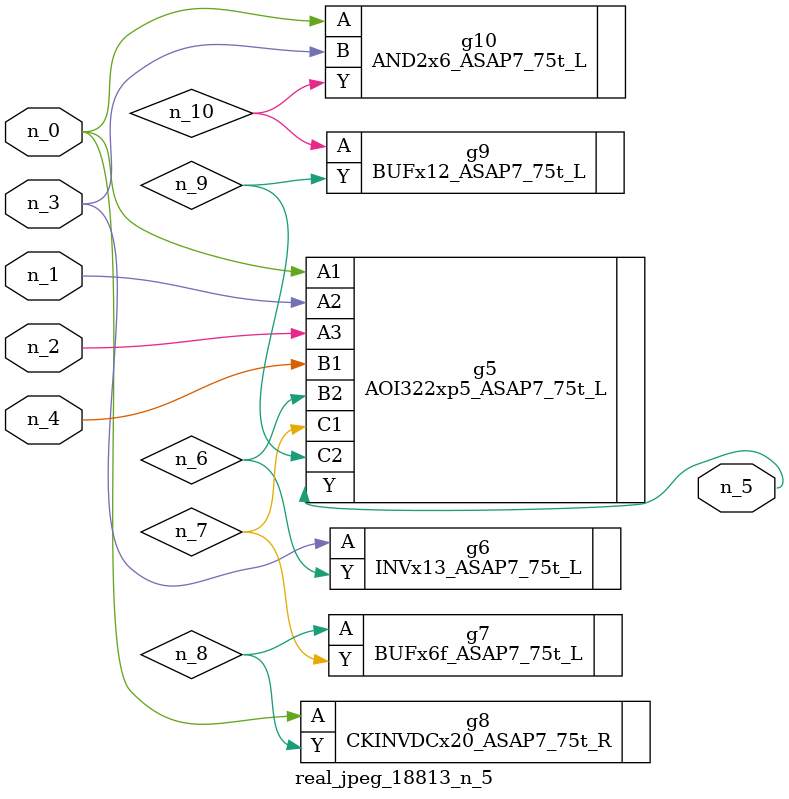
<source format=v>
module real_jpeg_18813_n_5 (n_4, n_0, n_1, n_2, n_3, n_5);

input n_4;
input n_0;
input n_1;
input n_2;
input n_3;

output n_5;

wire n_8;
wire n_6;
wire n_7;
wire n_10;
wire n_9;

AOI322xp5_ASAP7_75t_L g5 ( 
.A1(n_0),
.A2(n_1),
.A3(n_2),
.B1(n_4),
.B2(n_6),
.C1(n_7),
.C2(n_9),
.Y(n_5)
);

CKINVDCx20_ASAP7_75t_R g8 ( 
.A(n_0),
.Y(n_8)
);

AND2x6_ASAP7_75t_L g10 ( 
.A(n_0),
.B(n_3),
.Y(n_10)
);

INVx13_ASAP7_75t_L g6 ( 
.A(n_3),
.Y(n_6)
);

BUFx6f_ASAP7_75t_L g7 ( 
.A(n_8),
.Y(n_7)
);

BUFx12_ASAP7_75t_L g9 ( 
.A(n_10),
.Y(n_9)
);


endmodule
</source>
